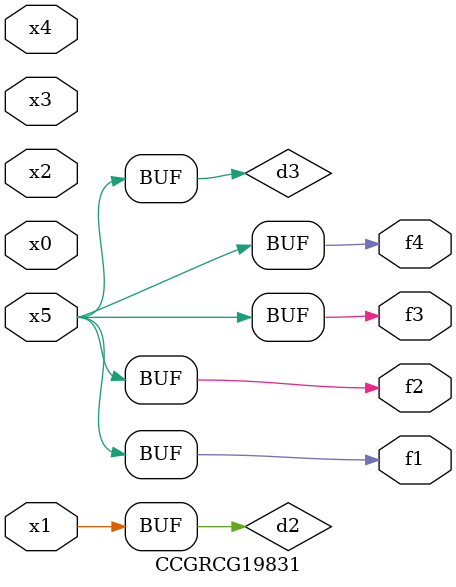
<source format=v>
module CCGRCG19831(
	input x0, x1, x2, x3, x4, x5,
	output f1, f2, f3, f4
);

	wire d1, d2, d3;

	not (d1, x5);
	or (d2, x1);
	xnor (d3, d1);
	assign f1 = d3;
	assign f2 = d3;
	assign f3 = d3;
	assign f4 = d3;
endmodule

</source>
